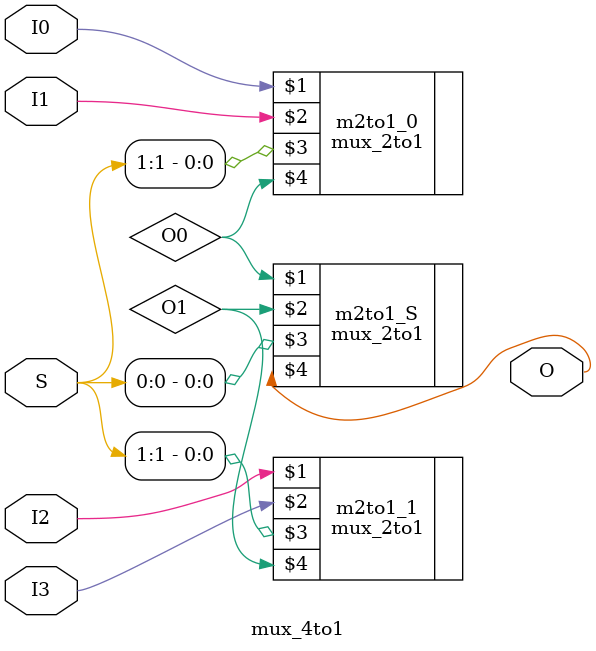
<source format=sv>
/*
MUX 4:1
*/
module mux_4to1(I0, I1, I2, I3, S, O);

	input logic I0;
	input logic I1;
	input logic I2;
	input logic I3;
	input logic [1:0]  S; 
	
	output logic O;
	
	logic O0;
	logic O1;
	
	mux_2to1 m2to1_0 (I0, I1, S[1], O0);
	mux_2to1 m2to1_1 (I2, I3, S[1], O1);

	mux_2to1 m2to1_S (O0, O1, S[0], O);
	
endmodule

</source>
